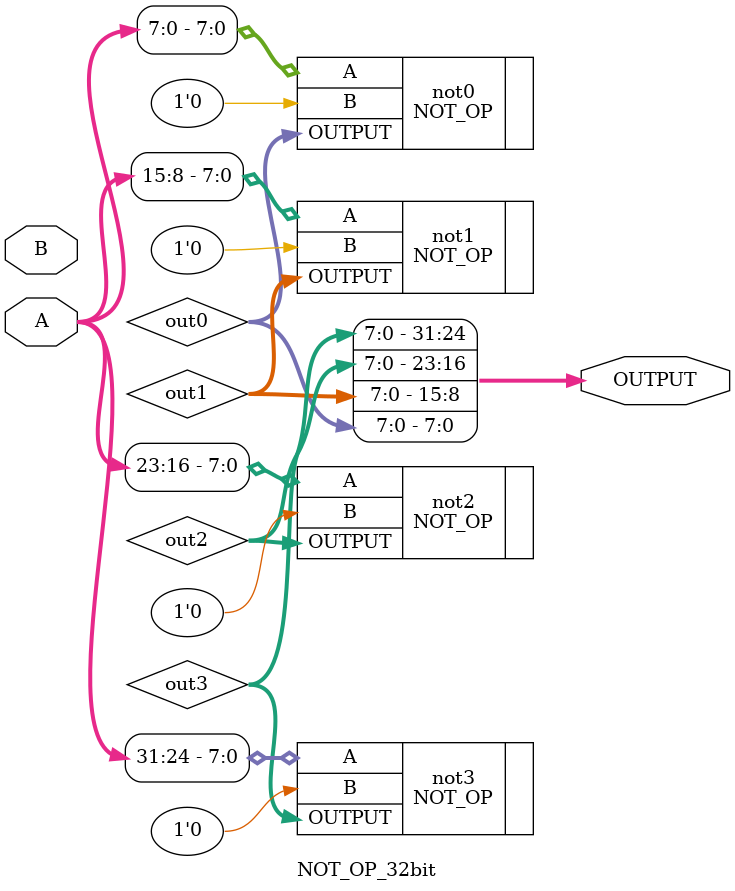
<source format=v>
`timescale 1ns / 1ps

module NOT_OP_32bit(
    input [31:0] A,         // 32-bit input data
    input [31:0] B,
    output [31:0] OUTPUT    // 32-bit output result
);

    // Internal wires to hold the outputs from the 8-bit modules
    wire [7:0] out0, out1, out2, out3;

    // Instantiate four 8-bit NOT_OP modules
    NOT_OP not0 (
        .A(A[7:0]), 
        .B(1'b0),   // B is not used in NOT_OP
        .OUTPUT(out0)
    );
    
    NOT_OP not1 (
        .A(A[15:8]), 
        .B(1'b0),   // B is not used in NOT_OP
        .OUTPUT(out1)
    );

    NOT_OP not2 (
        .A(A[23:16]), 
        .B(1'b0),   // B is not used in NOT_OP
        .OUTPUT(out2)
    );

    NOT_OP not3 (
        .A(A[31:24]), 
        .B(1'b0),   // B is not used in NOT_OP
        .OUTPUT(out3)
    );

    // Concatenate the outputs to form the 32-bit result
    assign OUTPUT = {out3, out2, out1, out0};

endmodule


</source>
